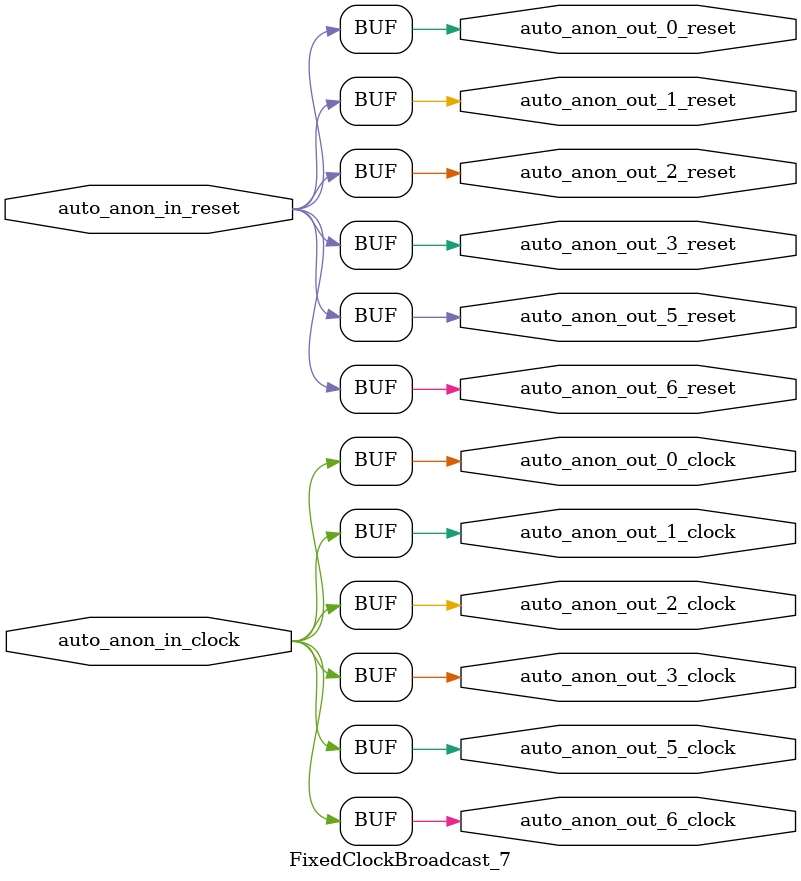
<source format=sv>
module FixedClockBroadcast_7(	// @[generators/rocket-chip/src/main/scala/prci/ClockGroup.scala:104:9]
  input  auto_anon_in_clock,	// @[generators/diplomacy/diplomacy/src/diplomacy/lazymodule/LazyModuleImp.scala:106:25]
  input  auto_anon_in_reset,	// @[generators/diplomacy/diplomacy/src/diplomacy/lazymodule/LazyModuleImp.scala:106:25]
  output auto_anon_out_6_clock,	// @[generators/diplomacy/diplomacy/src/diplomacy/lazymodule/LazyModuleImp.scala:106:25]
  output auto_anon_out_6_reset,	// @[generators/diplomacy/diplomacy/src/diplomacy/lazymodule/LazyModuleImp.scala:106:25]
  output auto_anon_out_5_clock,	// @[generators/diplomacy/diplomacy/src/diplomacy/lazymodule/LazyModuleImp.scala:106:25]
  output auto_anon_out_5_reset,	// @[generators/diplomacy/diplomacy/src/diplomacy/lazymodule/LazyModuleImp.scala:106:25]
  output auto_anon_out_3_clock,	// @[generators/diplomacy/diplomacy/src/diplomacy/lazymodule/LazyModuleImp.scala:106:25]
  output auto_anon_out_3_reset,	// @[generators/diplomacy/diplomacy/src/diplomacy/lazymodule/LazyModuleImp.scala:106:25]
  output auto_anon_out_2_clock,	// @[generators/diplomacy/diplomacy/src/diplomacy/lazymodule/LazyModuleImp.scala:106:25]
  output auto_anon_out_2_reset,	// @[generators/diplomacy/diplomacy/src/diplomacy/lazymodule/LazyModuleImp.scala:106:25]
  output auto_anon_out_1_clock,	// @[generators/diplomacy/diplomacy/src/diplomacy/lazymodule/LazyModuleImp.scala:106:25]
  output auto_anon_out_1_reset,	// @[generators/diplomacy/diplomacy/src/diplomacy/lazymodule/LazyModuleImp.scala:106:25]
  output auto_anon_out_0_clock,	// @[generators/diplomacy/diplomacy/src/diplomacy/lazymodule/LazyModuleImp.scala:106:25]
  output auto_anon_out_0_reset	// @[generators/diplomacy/diplomacy/src/diplomacy/lazymodule/LazyModuleImp.scala:106:25]
);

  assign auto_anon_out_6_clock = auto_anon_in_clock;	// @[generators/rocket-chip/src/main/scala/prci/ClockGroup.scala:104:9]
  assign auto_anon_out_6_reset = auto_anon_in_reset;	// @[generators/rocket-chip/src/main/scala/prci/ClockGroup.scala:104:9]
  assign auto_anon_out_5_clock = auto_anon_in_clock;	// @[generators/rocket-chip/src/main/scala/prci/ClockGroup.scala:104:9]
  assign auto_anon_out_5_reset = auto_anon_in_reset;	// @[generators/rocket-chip/src/main/scala/prci/ClockGroup.scala:104:9]
  assign auto_anon_out_3_clock = auto_anon_in_clock;	// @[generators/rocket-chip/src/main/scala/prci/ClockGroup.scala:104:9]
  assign auto_anon_out_3_reset = auto_anon_in_reset;	// @[generators/rocket-chip/src/main/scala/prci/ClockGroup.scala:104:9]
  assign auto_anon_out_2_clock = auto_anon_in_clock;	// @[generators/rocket-chip/src/main/scala/prci/ClockGroup.scala:104:9]
  assign auto_anon_out_2_reset = auto_anon_in_reset;	// @[generators/rocket-chip/src/main/scala/prci/ClockGroup.scala:104:9]
  assign auto_anon_out_1_clock = auto_anon_in_clock;	// @[generators/rocket-chip/src/main/scala/prci/ClockGroup.scala:104:9]
  assign auto_anon_out_1_reset = auto_anon_in_reset;	// @[generators/rocket-chip/src/main/scala/prci/ClockGroup.scala:104:9]
  assign auto_anon_out_0_clock = auto_anon_in_clock;	// @[generators/rocket-chip/src/main/scala/prci/ClockGroup.scala:104:9]
  assign auto_anon_out_0_reset = auto_anon_in_reset;	// @[generators/rocket-chip/src/main/scala/prci/ClockGroup.scala:104:9]
endmodule


</source>
